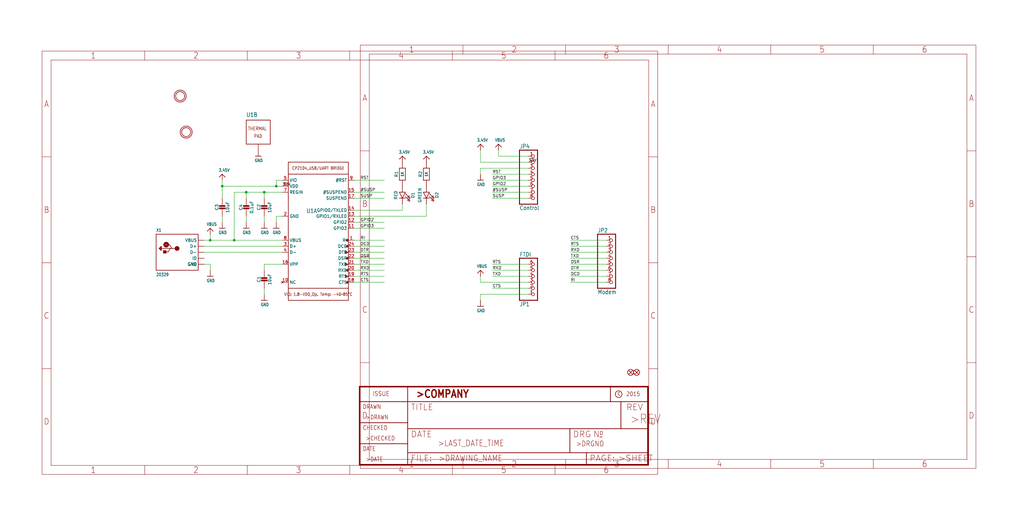
<source format=kicad_sch>
(kicad_sch (version 20211123) (generator eeschema)
  (paper "User" 433.07 220.421)
  (lib_symbols
    (symbol "schematicEagle-eagle-import:3.3V" (power)
      (property "Value" "3.3V" (at -1.524 1.016 0))
      (symbol "3.3V_1_0"
        (polyline (pts (xy -1.27 -1.27) (xy 0 0)) (stroke (width 0.254)))
        (polyline (pts (xy 0 0) (xy 1.27 -1.27)) (stroke (width 0.254)))
        (pin power_in line (at 0 -2.54 90) (length 2.54) (name "3.3V") (number "1"))
      )
    )
    (symbol "schematicEagle-eagle-import:CAP_CERAMIC0805-NOOUTLINE"
      (property "Reference" "C" (at -2.29 1.25 90))
      (property "Value" "CAP_CERAMIC0805-NOOUTLINE" (at 2.3 1.25 90))
      (symbol "CAP_CERAMIC0805-NOOUTLINE_1_0"
        (rectangle (start -1.27 0.508) (end 1.27 1.016) (fill (type outline)))
        (rectangle (start -1.27 1.524) (end 1.27 2.032) (fill (type outline)))
        (polyline (pts (xy 0 0.762) (xy 0 0)) (stroke (width 0.1524)))
        (polyline (pts (xy 0 2.54) (xy 0 1.778)) (stroke (width 0.1524)))
        (pin passive line (at 0 5.08 270) (length 2.54) (name "1") (number "1"))
        (pin passive line (at 0 -2.54 90) (length 2.54) (name "2") (number "2"))
      )
    )
    (symbol "schematicEagle-eagle-import:CP2104"
      (property "Reference" "U" (at -5.08 6.35 0))
      (symbol "CP2104_1_0"
        (polyline (pts (xy -12.7 -30.48) (xy 12.7 -30.48)) (stroke (width 0.254)))
        (polyline (pts (xy -12.7 -25.4) (xy -12.7 -30.48)) (stroke (width 0.254)))
        (polyline (pts (xy -12.7 -25.4) (xy -12.7 22.86)) (stroke (width 0.254)))
        (polyline (pts (xy -12.7 22.86) (xy -12.7 27.94)) (stroke (width 0.254)))
        (polyline (pts (xy -12.7 22.86) (xy 12.7 22.86)) (stroke (width 0.254)))
        (polyline (pts (xy -12.7 27.94) (xy 12.7 27.94)) (stroke (width 0.254)))
        (polyline (pts (xy 12.7 -30.48) (xy 12.7 -25.4)) (stroke (width 0.254)))
        (polyline (pts (xy 12.7 -25.4) (xy -12.7 -25.4)) (stroke (width 0.254)))
        (polyline (pts (xy 12.7 22.86) (xy 12.7 -25.4)) (stroke (width 0.254)))
        (polyline (pts (xy 12.7 27.94) (xy 12.7 22.86)) (stroke (width 0.254)))
        (polyline (pts (xy 11.43 -19.685) (xy 11.43 -20.955) (xy 12.7 -20.32)) (fill (type outline)))
        (polyline (pts (xy 11.43 -14.605) (xy 11.43 -15.875) (xy 12.7 -15.24)) (fill (type outline)))
        (polyline (pts (xy 11.43 -9.525) (xy 11.43 -10.795) (xy 12.7 -10.16)) (fill (type outline)))
        (polyline (pts (xy 12.7 -22.225) (xy 11.43 -22.86) (xy 12.7 -23.495)) (fill (type outline)))
        (polyline (pts (xy 12.7 -17.145) (xy 11.43 -17.78) (xy 12.7 -18.415)) (fill (type outline)))
        (polyline (pts (xy 12.7 -12.065) (xy 11.43 -12.7) (xy 12.7 -13.335)) (fill (type outline)))
        (polyline (pts (xy 12.7 -6.985) (xy 11.43 -7.62) (xy 12.7 -8.255)) (fill (type outline)))
        (polyline (pts (xy 12.7 -4.445) (xy 11.43 -5.08) (xy 12.7 -5.715)) (fill (type outline)))
        (text "CP2104_USB/UART BRIDGE" (at 0 25.4 0) (effects (font (size 1.27 1.0795))))
        (text "VIO: 1.8-VDD_Op. Temp: -40~85°C" (at 0 -27.94 0) (effects (font (size 1.27 1.0795))))
        (pin input line (at 15.24 -5.08 180) (length 2.54) (name "RI") (number "1"))
        (pin no_connect line (at -15.24 -22.86 0) (length 2.54) (name "NC") (number "10"))
        (pin bidirectional line (at 15.24 0 180) (length 2.54) (name "GPIO3") (number "11"))
        (pin bidirectional line (at 15.24 2.54 180) (length 2.54) (name "GPIO2") (number "12"))
        (pin bidirectional line (at 15.24 5.08 180) (length 2.54) (name "GPIO1/RXLED") (number "13"))
        (pin bidirectional line (at 15.24 7.62 180) (length 2.54) (name "GPIO0/TXLED") (number "14"))
        (pin output line (at 15.24 15.24 180) (length 2.54) (name "#SUSPEND") (number "15"))
        (pin bidirectional line (at -15.24 -15.24 0) (length 2.54) (name "VPP") (number "16"))
        (pin output line (at 15.24 12.7 180) (length 2.54) (name "SUSPEND") (number "17"))
        (pin input line (at 15.24 -22.86 180) (length 2.54) (name "CTS") (number "18"))
        (pin output line (at 15.24 -20.32 180) (length 2.54) (name "RTS") (number "19"))
        (pin power_in line (at -15.24 5.08 0) (length 2.54) (name "GND") (number "2"))
        (pin input line (at 15.24 -17.78 180) (length 2.54) (name "RXD") (number "20"))
        (pin output line (at 15.24 -15.24 180) (length 2.54) (name "TXD") (number "21"))
        (pin input line (at 15.24 -12.7 180) (length 2.54) (name "DSR") (number "22"))
        (pin output line (at 15.24 -10.16 180) (length 2.54) (name "DTR") (number "23"))
        (pin input line (at 15.24 -7.62 180) (length 2.54) (name "DCD") (number "24"))
        (pin bidirectional line (at -15.24 -7.62 0) (length 2.54) (name "D+") (number "3"))
        (pin bidirectional line (at -15.24 -10.16 0) (length 2.54) (name "D-") (number "4"))
        (pin power_in line (at -15.24 20.32 0) (length 2.54) (name "VIO") (number "5"))
        (pin power_in line (at -15.24 17.78 0) (length 2.54) (name "VDD") (number "6"))
        (pin power_in line (at -15.24 15.24 0) (length 2.54) (name "REGIN") (number "7"))
        (pin power_in line (at -15.24 -5.08 0) (length 2.54) (name "VBUS") (number "8"))
        (pin bidirectional line (at 15.24 20.32 180) (length 2.54) (name "#RST") (number "9"))
      )
      (symbol "CP2104_2_0"
        (polyline (pts (xy -5.08 -5.08) (xy -5.08 5.08)) (stroke (width 0.254)))
        (polyline (pts (xy -5.08 5.08) (xy 5.08 5.08)) (stroke (width 0.254)))
        (polyline (pts (xy 5.08 -5.08) (xy -5.08 -5.08)) (stroke (width 0.254)))
        (polyline (pts (xy 5.08 5.08) (xy 5.08 -5.08)) (stroke (width 0.254)))
        (text "PAD" (at -1.905 -2.54 0) (effects (font (size 1.4224 1.209)) (justify left bottom)))
        (text "THERMAL" (at -4.445 0.635 0) (effects (font (size 1.4224 1.209)) (justify left bottom)))
        (pin power_in line (at 0 -7.62 90) (length 2.54) (name "TP") (number "THERM"))
      )
    )
    (symbol "schematicEagle-eagle-import:FIDUCIAL{dblquote}{dblquote}"
      (symbol "FIDUCIAL{dblquote}{dblquote}_1_0"
        (polyline (pts (xy -0.762 0.762) (xy 0.762 -0.762)) (stroke (width 0.254)))
        (polyline (pts (xy 0.762 0.762) (xy -0.762 -0.762)) (stroke (width 0.254)))
        (circle (center 0 0) (radius 1.27) (stroke (width 0.254)))
      )
    )
    (symbol "schematicEagle-eagle-import:FRAME_A4"
      (symbol "FRAME_A4_0_0"
        (polyline (pts (xy 0 44.7675) (xy 3.81 44.7675)))
        (polyline (pts (xy 0 89.535) (xy 3.81 89.535)))
        (polyline (pts (xy 0 134.3025) (xy 3.81 134.3025)))
        (polyline (pts (xy 3.81 3.81) (xy 3.81 175.26)))
        (polyline (pts (xy 43.3917 0) (xy 43.3917 3.81)))
        (polyline (pts (xy 43.3917 175.26) (xy 43.3917 179.07)))
        (polyline (pts (xy 86.7833 0) (xy 86.7833 3.81)))
        (polyline (pts (xy 86.7833 175.26) (xy 86.7833 179.07)))
        (polyline (pts (xy 130.175 0) (xy 130.175 3.81)))
        (polyline (pts (xy 130.175 175.26) (xy 130.175 179.07)))
        (polyline (pts (xy 173.5667 0) (xy 173.5667 3.81)))
        (polyline (pts (xy 173.5667 175.26) (xy 173.5667 179.07)))
        (polyline (pts (xy 216.9583 0) (xy 216.9583 3.81)))
        (polyline (pts (xy 216.9583 175.26) (xy 216.9583 179.07)))
        (polyline (pts (xy 256.54 3.81) (xy 3.81 3.81)))
        (polyline (pts (xy 256.54 3.81) (xy 256.54 175.26)))
        (polyline (pts (xy 256.54 44.7675) (xy 260.35 44.7675)))
        (polyline (pts (xy 256.54 89.535) (xy 260.35 89.535)))
        (polyline (pts (xy 256.54 134.3025) (xy 260.35 134.3025)))
        (polyline (pts (xy 256.54 175.26) (xy 3.81 175.26)))
        (polyline (pts (xy 0 0) (xy 260.35 0) (xy 260.35 179.07) (xy 0 179.07) (xy 0 0)))
        (text "1" (at 21.6958 1.905 0) (effects (font (size 2.54 2.286))))
        (text "1" (at 21.6958 177.165 0) (effects (font (size 2.54 2.286))))
        (text "2" (at 65.0875 1.905 0) (effects (font (size 2.54 2.286))))
        (text "2" (at 65.0875 177.165 0) (effects (font (size 2.54 2.286))))
        (text "3" (at 108.4792 1.905 0) (effects (font (size 2.54 2.286))))
        (text "3" (at 108.4792 177.165 0) (effects (font (size 2.54 2.286))))
        (text "4" (at 151.8708 1.905 0) (effects (font (size 2.54 2.286))))
        (text "4" (at 151.8708 177.165 0) (effects (font (size 2.54 2.286))))
        (text "5" (at 195.2625 1.905 0) (effects (font (size 2.54 2.286))))
        (text "5" (at 195.2625 177.165 0) (effects (font (size 2.54 2.286))))
        (text "6" (at 238.6542 1.905 0) (effects (font (size 2.54 2.286))))
        (text "6" (at 238.6542 177.165 0) (effects (font (size 2.54 2.286))))
        (text "A" (at 1.905 156.6863 0) (effects (font (size 2.54 2.286))))
        (text "A" (at 258.445 156.6863 0) (effects (font (size 2.54 2.286))))
        (text "B" (at 1.905 111.9188 0) (effects (font (size 2.54 2.286))))
        (text "B" (at 258.445 111.9188 0) (effects (font (size 2.54 2.286))))
        (text "C" (at 1.905 67.1513 0) (effects (font (size 2.54 2.286))))
        (text "C" (at 258.445 67.1513 0) (effects (font (size 2.54 2.286))))
        (text "D" (at 1.905 22.3838 0) (effects (font (size 2.54 2.286))))
        (text "D" (at 258.445 22.3838 0) (effects (font (size 2.54 2.286))))
      )
      (symbol "FRAME_A4_1_0"
        (polyline (pts (xy 256.54 3.81) (xy 256.54 8.89)) (stroke (width 0.1016)))
        (polyline (pts (xy 256.54 8.89) (xy 256.54 13.97)) (stroke (width 0.1016)))
        (polyline (pts (xy 256.54 13.97) (xy 256.54 19.05)) (stroke (width 0.1016)))
        (polyline (pts (xy 256.54 19.05) (xy 256.54 36.83)) (stroke (width 0.1016)))
      )
      (symbol "FRAME_A4_2_0"
        (polyline (pts (xy -0.3048 1.5748) (xy 20.0152 1.5748)) (stroke (width 0.6096)))
        (polyline (pts (xy -0.3048 10.4648) (xy -0.3048 1.5748)) (stroke (width 0.6096)))
        (polyline (pts (xy -0.3048 10.4648) (xy 20.0152 10.4648)) (stroke (width 0.3048)))
        (polyline (pts (xy -0.3048 19.3548) (xy -0.3048 10.4648)) (stroke (width 0.6096)))
        (polyline (pts (xy -0.3048 19.3548) (xy 20.0152 19.3548)) (stroke (width 0.3048)))
        (polyline (pts (xy -0.3048 28.2448) (xy -0.3048 19.3548)) (stroke (width 0.6096)))
        (polyline (pts (xy -0.3048 28.2448) (xy 20.0152 28.2448)) (stroke (width 0.3048)))
        (polyline (pts (xy -0.3048 34.5948) (xy -0.3048 28.2448)) (stroke (width 0.6096)))
        (polyline (pts (xy 20.0152 1.5748) (xy 20.0152 6.6548)) (stroke (width 0.3048)))
        (polyline (pts (xy 20.0152 1.5748) (xy 95.5802 1.5748)) (stroke (width 0.6096)))
        (polyline (pts (xy 20.0152 6.6548) (xy 20.0152 10.4648)) (stroke (width 0.3048)))
        (polyline (pts (xy 20.0152 6.6548) (xy 88.5952 6.6548)) (stroke (width 0.3048)))
        (polyline (pts (xy 20.0152 10.4648) (xy 20.0152 16.8148)) (stroke (width 0.3048)))
        (polyline (pts (xy 20.0152 16.8148) (xy 20.0152 19.3548)) (stroke (width 0.3048)))
        (polyline (pts (xy 20.0152 19.3548) (xy 20.0152 28.2448)) (stroke (width 0.3048)))
        (polyline (pts (xy 20.0152 28.2448) (xy 20.0152 34.5948)) (stroke (width 0.3048)))
        (polyline (pts (xy 20.0152 28.2448) (xy 105.7402 28.2448)) (stroke (width 0.3048)))
        (polyline (pts (xy 20.0152 34.5948) (xy -0.3048 34.5948)) (stroke (width 0.6096)))
        (polyline (pts (xy 88.5952 6.6548) (xy 95.5802 6.6548)) (stroke (width 0.3048)))
        (polyline (pts (xy 88.5952 16.8148) (xy 20.0152 16.8148)) (stroke (width 0.3048)))
        (polyline (pts (xy 88.5952 16.8148) (xy 88.5952 6.6548)) (stroke (width 0.3048)))
        (polyline (pts (xy 95.5802 1.5748) (xy 121.6152 1.5748)) (stroke (width 0.6096)))
        (polyline (pts (xy 95.5802 6.6548) (xy 95.5802 1.5748)) (stroke (width 0.3048)))
        (polyline (pts (xy 95.5802 6.6548) (xy 121.6152 6.6548)) (stroke (width 0.3048)))
        (polyline (pts (xy 101.2952 13.3223) (xy 102.2477 13.3223)) (stroke (width 0.254)))
        (polyline (pts (xy 105.7402 28.2448) (xy 105.7402 34.5948)) (stroke (width 0.3048)))
        (polyline (pts (xy 105.7402 28.2448) (xy 110.1852 28.2448)) (stroke (width 0.3048)))
        (polyline (pts (xy 105.7402 34.5948) (xy 20.0152 34.5948)) (stroke (width 0.6096)))
        (polyline (pts (xy 110.1852 16.8148) (xy 88.5952 16.8148)) (stroke (width 0.3048)))
        (polyline (pts (xy 110.1852 28.2448) (xy 110.1852 16.8148)) (stroke (width 0.3048)))
        (polyline (pts (xy 110.1852 28.2448) (xy 121.6152 28.2448)) (stroke (width 0.3048)))
        (polyline (pts (xy 121.6152 6.6548) (xy 121.6152 1.5748)) (stroke (width 0.6096)))
        (polyline (pts (xy 121.6152 16.8148) (xy 110.1852 16.8148)) (stroke (width 0.3048)))
        (polyline (pts (xy 121.6152 16.8148) (xy 121.6152 6.6548)) (stroke (width 0.6096)))
        (polyline (pts (xy 121.6152 28.2448) (xy 121.6152 16.8148)) (stroke (width 0.6096)))
        (polyline (pts (xy 121.6152 34.5948) (xy 105.7402 34.5948)) (stroke (width 0.6096)))
        (polyline (pts (xy 121.6152 34.5948) (xy 121.6152 28.2448)) (stroke (width 0.6096)))
        (circle (center 109.2327 31.4198) (radius 1.4199) (stroke (width 0.254)))
        (text "2015" (at 112.4077 30.4673 0) (effects (font (size 1.778 1.5113)) (justify left bottom)))
        (text ">CHECKED" (at 2.2352 11.7348 0) (effects (font (size 1.778 1.5113)) (justify left bottom)))
        (text ">COMPANY" (at 23.349 29.6735 0) (effects (font (size 3.175 2.6987) (thickness 0.5397) bold) (justify left bottom)))
        (text ">DATE" (at 2.2352 2.8448 0) (effects (font (size 1.778 1.5113)) (justify left bottom)))
        (text ">DRAWING_NAME" (at 33.0327 2.8448 0) (effects (font (size 2.54 2.159)) (justify left bottom)))
        (text ">DRAWN" (at 2.2352 20.6248 0) (effects (font (size 1.778 1.5113)) (justify left bottom)))
        (text ">DRGNO" (at 91.1352 9.1948 0) (effects (font (size 2.1844 1.8567)) (justify left bottom)))
        (text ">LAST_DATE_TIME" (at 32.7152 9.1948 0) (effects (font (size 2.54 2.159)) (justify left bottom)))
        (text ">REV" (at 113.9952 18.7198 0) (effects (font (size 3.81 3.2385)) (justify left bottom)))
        (text ">SHEET" (at 108.9152 2.8448 0) (effects (font (size 2.54 2.54)) (justify left bottom)))
        (text "C" (at 108.7564 30.7848 0) (effects (font (size 1.27 1.0795)) (justify left bottom)))
        (text "CHECKED" (at 0.9652 16.1798 0) (effects (font (size 1.778 1.5113)) (justify left bottom)))
        (text "DATE" (at 0.9652 7.2898 0) (effects (font (size 1.778 1.5113)) (justify left bottom)))
        (text "DATE" (at 21.2852 13.0048 0) (effects (font (size 2.54 2.54)) (justify left bottom)))
        (text "DRAWN" (at 0.9652 25.0698 0) (effects (font (size 1.778 1.5113)) (justify left bottom)))
        (text "DRG" (at 89.8652 13.0048 0) (effects (font (size 2.54 2.54)) (justify left bottom)))
        (text "FILE:" (at 21.2852 2.8448 0) (effects (font (size 2.54 2.54)) (justify left bottom)))
        (text "ISSUE" (at 5.0927 30.4673 0) (effects (font (size 1.9304 1.6408)) (justify left bottom)))
        (text "N" (at 98.4377 13.0048 0) (effects (font (size 2.54 2.54)) (justify left bottom)))
        (text "o" (at 100.9777 13.9573 0) (effects (font (size 2.1844 1.8567)) (justify left bottom)))
        (text "PAGE:" (at 96.8502 2.8448 0) (effects (font (size 2.54 2.54)) (justify left bottom)))
        (text "REV" (at 112.4077 24.4348 0) (effects (font (size 2.54 2.54)) (justify left bottom)))
        (text "TITLE" (at 21.2852 24.4348 0) (effects (font (size 2.54 2.54)) (justify left bottom)))
      )
    )
    (symbol "schematicEagle-eagle-import:GND" (power)
      (property "Value" "GND" (at -1.524 -2.54 0))
      (symbol "GND_1_0"
        (polyline (pts (xy -1.27 0) (xy 1.27 0)) (stroke (width 0.254)))
        (pin power_in line (at 0 2.54 270) (length 2.54) (name "GND") (number "1"))
      )
    )
    (symbol "schematicEagle-eagle-import:HEADER-1X676MIL"
      (property "Reference" "JP" (at -6.35 10.795 0))
      (property "Value" "HEADER-1X676MIL" (at -6.35 -10.16 0))
      (symbol "HEADER-1X676MIL_1_0"
        (polyline (pts (xy -6.35 -7.62) (xy 1.27 -7.62)) (stroke (width 0.4064)))
        (polyline (pts (xy -6.35 10.16) (xy -6.35 -7.62)) (stroke (width 0.4064)))
        (polyline (pts (xy 1.27 -7.62) (xy 1.27 10.16)) (stroke (width 0.4064)))
        (polyline (pts (xy 1.27 10.16) (xy -6.35 10.16)) (stroke (width 0.4064)))
        (pin passive inverted (at -2.54 7.62 0) (length 2.54) (name "1") (number "1"))
        (pin passive inverted (at -2.54 5.08 0) (length 2.54) (name "2") (number "2"))
        (pin passive inverted (at -2.54 2.54 0) (length 2.54) (name "3") (number "3"))
        (pin passive inverted (at -2.54 0 0) (length 2.54) (name "4") (number "4"))
        (pin passive inverted (at -2.54 -2.54 0) (length 2.54) (name "5") (number "5"))
        (pin passive inverted (at -2.54 -5.08 0) (length 2.54) (name "6") (number "6"))
      )
    )
    (symbol "schematicEagle-eagle-import:HEADER-1X870MIL"
      (property "Reference" "JP" (at -6.35 13.335 0))
      (property "Value" "HEADER-1X870MIL" (at -6.35 -12.7 0))
      (symbol "HEADER-1X870MIL_1_0"
        (polyline (pts (xy -6.35 -10.16) (xy 1.27 -10.16)) (stroke (width 0.4064)))
        (polyline (pts (xy -6.35 12.7) (xy -6.35 -10.16)) (stroke (width 0.4064)))
        (polyline (pts (xy 1.27 -10.16) (xy 1.27 12.7)) (stroke (width 0.4064)))
        (polyline (pts (xy 1.27 12.7) (xy -6.35 12.7)) (stroke (width 0.4064)))
        (pin passive inverted (at -2.54 10.16 0) (length 2.54) (name "1") (number "1"))
        (pin passive inverted (at -2.54 7.62 0) (length 2.54) (name "2") (number "2"))
        (pin passive inverted (at -2.54 5.08 0) (length 2.54) (name "3") (number "3"))
        (pin passive inverted (at -2.54 2.54 0) (length 2.54) (name "4") (number "4"))
        (pin passive inverted (at -2.54 0 0) (length 2.54) (name "5") (number "5"))
        (pin passive inverted (at -2.54 -2.54 0) (length 2.54) (name "6") (number "6"))
        (pin passive inverted (at -2.54 -5.08 0) (length 2.54) (name "7") (number "7"))
        (pin passive inverted (at -2.54 -7.62 0) (length 2.54) (name "8") (number "8"))
      )
    )
    (symbol "schematicEagle-eagle-import:LED0805_NOOUTLINE"
      (property "Reference" "D" (at -1.27 4.445 0))
      (property "Value" "LED0805_NOOUTLINE" (at -1.27 -2.794 0))
      (symbol "LED0805_NOOUTLINE_1_0"
        (polyline (pts (xy -2.54 -1.27) (xy 0 0)) (stroke (width 0.254)))
        (polyline (pts (xy -2.54 1.27) (xy -2.54 -1.27)) (stroke (width 0.254)))
        (polyline (pts (xy -1.905 1.27) (xy -0.635 2.54)) (stroke (width 0.254)))
        (polyline (pts (xy -0.9525 2.8575) (xy -0.3175 2.2225)) (stroke (width 0.254)))
        (polyline (pts (xy -0.635 1.27) (xy 0.635 2.54)) (stroke (width 0.254)))
        (polyline (pts (xy -0.3175 2.2225) (xy 0 3.175)) (stroke (width 0.254)))
        (polyline (pts (xy 0 0) (xy -2.54 1.27)) (stroke (width 0.254)))
        (polyline (pts (xy 0 0) (xy 0 -1.27)) (stroke (width 0.254)))
        (polyline (pts (xy 0 1.27) (xy 0 0)) (stroke (width 0.254)))
        (polyline (pts (xy 0 3.175) (xy -0.9525 2.8575)) (stroke (width 0.254)))
        (polyline (pts (xy 0.3175 2.8575) (xy 0.9525 2.2225)) (stroke (width 0.254)))
        (polyline (pts (xy 0.9525 2.2225) (xy 1.27 3.175)) (stroke (width 0.254)))
        (polyline (pts (xy 1.27 3.175) (xy 0.3175 2.8575)) (stroke (width 0.254)))
        (pin passive line (at -5.08 0 0) (length 2.54) (name "A") (number "A"))
        (pin passive line (at 2.54 0 180) (length 2.54) (name "C") (number "C"))
      )
    )
    (symbol "schematicEagle-eagle-import:MOUNTINGHOLE2.0"
      (symbol "MOUNTINGHOLE2.0_1_0"
        (circle (center 0 0) (radius 1.905) (stroke (width 0.254)))
        (circle (center 0 0) (radius 2.54) (stroke (width 0.254)))
      )
    )
    (symbol "schematicEagle-eagle-import:RESISTOR0805_NOOUTLINE"
      (property "Reference" "R" (at 0 2.54 0))
      (property "Value" "RESISTOR0805_NOOUTLINE" (at 0 0 0))
      (symbol "RESISTOR0805_NOOUTLINE_1_0"
        (polyline (pts (xy -2.54 -1.27) (xy -2.54 1.27)) (stroke (width 0.254)))
        (polyline (pts (xy -2.54 1.27) (xy 2.54 1.27)) (stroke (width 0.254)))
        (polyline (pts (xy 2.54 -1.27) (xy -2.54 -1.27)) (stroke (width 0.254)))
        (polyline (pts (xy 2.54 1.27) (xy 2.54 -1.27)) (stroke (width 0.254)))
        (pin passive line (at -5.08 0 0) (length 2.54) (name "1") (number "1"))
        (pin passive line (at 5.08 0 180) (length 2.54) (name "2") (number "2"))
      )
    )
    (symbol "schematicEagle-eagle-import:USB_MICRO_20329_V2"
      (property "Reference" "X" (at -10.16 8.636 0))
      (property "Value" "USB_MICRO_20329_V2" (at -10.16 -10.16 0))
      (symbol "USB_MICRO_20329_V2_1_0"
        (rectangle (start -7.12 -0.45) (end -5.92 0.75) (fill (type outline)))
        (circle (center -5.92 3.2) (radius 0.2) (stroke (width 1)))
        (circle (center -1.32 1.6) (radius 0.5) (stroke (width 1)))
        (polyline (pts (xy -10.2 7.62) (xy -10.16 7.62)) (stroke (width 0.254)))
        (polyline (pts (xy -10.16 -7.62) (xy 7.62 -7.62)) (stroke (width 0.254)))
        (polyline (pts (xy -10.16 7.62) (xy -10.16 -7.62)) (stroke (width 0.254)))
        (polyline (pts (xy -10.16 7.62) (xy 7.62 7.62)) (stroke (width 0.254)))
        (polyline (pts (xy -8.92 1.6) (xy -8.12 2.4)) (stroke (width 0.254)))
        (polyline (pts (xy -8.52 1.4) (xy -8.32 1.2)) (stroke (width 0.254)))
        (polyline (pts (xy -8.52 1.6) (xy -8.52 1.4)) (stroke (width 0.254)))
        (polyline (pts (xy -8.32 1.2) (xy -8.32 2)) (stroke (width 0.254)))
        (polyline (pts (xy -8.32 2) (xy -8.72 1.6)) (stroke (width 0.254)))
        (polyline (pts (xy -8.12 0.8) (xy -8.92 1.6)) (stroke (width 0.254)))
        (polyline (pts (xy -8.12 1) (xy -8.12 2.4)) (stroke (width 0.254)))
        (polyline (pts (xy -8.12 2.4) (xy -7.92 2.4)) (stroke (width 0.254)))
        (polyline (pts (xy -7.92 0.8) (xy -8.12 0.8)) (stroke (width 0.254)))
        (polyline (pts (xy -7.92 1.6) (xy -7.92 0.8)) (stroke (width 0.254)))
        (polyline (pts (xy -7.92 2.4) (xy -7.92 1.6)) (stroke (width 0.254)))
        (polyline (pts (xy -6.27 0.15) (xy -5.07 0.15)) (stroke (width 0.254)))
        (polyline (pts (xy -5.52 3.2) (xy -4.52 3.2)) (stroke (width 0.254)))
        (polyline (pts (xy -5.07 0.15) (xy -4.22 1.6)) (stroke (width 0.254)))
        (polyline (pts (xy -4.52 3.2) (xy -3.47 1.6)) (stroke (width 0.254)))
        (polyline (pts (xy -4.22 1.6) (xy -7.92 1.6)) (stroke (width 0.254)))
        (polyline (pts (xy -3.47 1.6) (xy -4.22 1.6)) (stroke (width 0.254)))
        (polyline (pts (xy -1.32 1.6) (xy -3.47 1.6)) (stroke (width 0.254)))
        (polyline (pts (xy 7.62 7.62) (xy 7.62 -7.62)) (stroke (width 0.254)))
        (pin power_in line (at 10.16 -5.08 180) (length 2.54) (name "GND") (number "BASE@1"))
        (pin power_in line (at 10.16 -5.08 180) (length 2.54) (name "GND") (number "BASE@2"))
        (pin bidirectional line (at 10.16 2.54 180) (length 2.54) (name "D+") (number "D+"))
        (pin bidirectional line (at 10.16 0 180) (length 2.54) (name "D-") (number "D-"))
        (pin power_in line (at 10.16 -5.08 180) (length 2.54) (name "GND") (number "GND"))
        (pin bidirectional line (at 10.16 -2.54 180) (length 2.54) (name "ID") (number "ID"))
        (pin power_in line (at 10.16 -5.08 180) (length 2.54) (name "GND") (number "SPRT@1"))
        (pin power_in line (at 10.16 -5.08 180) (length 2.54) (name "GND") (number "SPRT@2"))
        (pin power_in line (at 10.16 -5.08 180) (length 2.54) (name "GND") (number "SPRT@3"))
        (pin power_in line (at 10.16 -5.08 180) (length 2.54) (name "GND") (number "SPRT@4"))
        (pin power_in line (at 10.16 5.08 180) (length 2.54) (name "VBUS") (number "VBUS"))
      )
    )
    (symbol "schematicEagle-eagle-import:VBUS" (power)
      (property "Value" "VBUS" (at -1.524 1.016 0))
      (symbol "VBUS_1_0"
        (polyline (pts (xy -1.27 -1.27) (xy 0 0)) (stroke (width 0.254)))
        (polyline (pts (xy 0 0) (xy 1.27 -1.27)) (stroke (width 0.254)))
        (pin power_in line (at 0 -2.54 90) (length 2.54) (name "VBUS") (number "1"))
      )
    )
  )
  (junction (at 111.76 81.28))
  (junction (at 104.14 81.28))
  (junction (at 93.98 78.74))
  (junction (at 99.06 101.6))
  (junction (at 116.84 78.74))
  (junction (at 88.9 101.6))
  (wire (pts (xy 162.56 116.84) (xy 149.86 116.84)))
  (wire (pts (xy 208.28 78.74) (xy 223.52 78.74)))
  (wire (pts (xy 223.52 114.3) (xy 208.28 114.3)))
  (wire (pts (xy 111.76 81.28) (xy 111.76 83.82)))
  (wire (pts (xy 149.86 93.98) (xy 162.56 93.98)))
  (wire (pts (xy 88.9 101.6) (xy 88.9 99.06)))
  (wire (pts (xy 149.86 76.2) (xy 162.56 76.2)))
  (wire (pts (xy 203.2 119.38) (xy 203.2 116.84)))
  (wire (pts (xy 241.3 119.38) (xy 256.54 119.38)))
  (wire (pts (xy 99.06 101.6) (xy 119.38 101.6)))
  (wire (pts (xy 149.86 104.14) (xy 162.56 104.14)))
  (wire (pts (xy 111.76 91.44) (xy 111.76 93.98)))
  (wire (pts (xy 111.76 121.92) (xy 111.76 124.46)))
  (wire (pts (xy 149.86 88.9) (xy 170.18 88.9)))
  (wire (pts (xy 241.3 116.84) (xy 256.54 116.84)))
  (wire (pts (xy 256.54 104.14) (xy 241.3 104.14)))
  (wire (pts (xy 162.56 114.3) (xy 149.86 114.3)))
  (wire (pts (xy 104.14 91.44) (xy 104.14 93.98)))
  (wire (pts (xy 223.52 71.12) (xy 203.2 71.12)))
  (wire (pts (xy 119.38 91.44) (xy 116.84 91.44)))
  (wire (pts (xy 223.52 81.28) (xy 208.28 81.28)))
  (wire (pts (xy 86.36 111.76) (xy 88.9 111.76)))
  (wire (pts (xy 86.36 104.14) (xy 119.38 104.14)))
  (wire (pts (xy 99.06 81.28) (xy 99.06 101.6)))
  (wire (pts (xy 104.14 81.28) (xy 104.14 83.82)))
  (wire (pts (xy 208.28 83.82) (xy 223.52 83.82)))
  (wire (pts (xy 223.52 124.46) (xy 203.2 124.46)))
  (wire (pts (xy 149.86 96.52) (xy 162.56 96.52)))
  (wire (pts (xy 203.2 71.12) (xy 203.2 73.66)))
  (wire (pts (xy 180.34 91.44) (xy 180.34 86.36)))
  (wire (pts (xy 223.52 111.76) (xy 208.28 111.76)))
  (wire (pts (xy 210.82 66.04) (xy 223.52 66.04)))
  (wire (pts (xy 203.2 68.58) (xy 203.2 63.5)))
  (wire (pts (xy 104.14 81.28) (xy 99.06 81.28)))
  (wire (pts (xy 149.86 111.76) (xy 162.56 111.76)))
  (wire (pts (xy 203.2 124.46) (xy 203.2 127)))
  (wire (pts (xy 88.9 111.76) (xy 88.9 114.3)))
  (wire (pts (xy 241.3 101.6) (xy 256.54 101.6)))
  (wire (pts (xy 119.38 111.76) (xy 111.76 111.76)))
  (wire (pts (xy 149.86 91.44) (xy 180.34 91.44)))
  (wire (pts (xy 119.38 76.2) (xy 116.84 76.2)))
  (wire (pts (xy 241.3 106.68) (xy 256.54 106.68)))
  (wire (pts (xy 223.52 121.92) (xy 208.28 121.92)))
  (wire (pts (xy 86.36 106.68) (xy 119.38 106.68)))
  (wire (pts (xy 93.98 78.74) (xy 93.98 76.2)))
  (wire (pts (xy 149.86 83.82) (xy 162.56 83.82)))
  (wire (pts (xy 88.9 101.6) (xy 99.06 101.6)))
  (wire (pts (xy 149.86 81.28) (xy 162.56 81.28)))
  (wire (pts (xy 223.52 68.58) (xy 203.2 68.58)))
  (wire (pts (xy 111.76 111.76) (xy 111.76 114.3)))
  (wire (pts (xy 149.86 109.22) (xy 162.56 109.22)))
  (wire (pts (xy 241.3 111.76) (xy 256.54 111.76)))
  (wire (pts (xy 86.36 101.6) (xy 88.9 101.6)))
  (wire (pts (xy 116.84 76.2) (xy 116.84 78.74)))
  (wire (pts (xy 208.28 116.84) (xy 223.52 116.84)))
  (wire (pts (xy 208.28 73.66) (xy 223.52 73.66)))
  (wire (pts (xy 208.28 76.2) (xy 223.52 76.2)))
  (wire (pts (xy 210.82 63.5) (xy 210.82 66.04)))
  (wire (pts (xy 111.76 81.28) (xy 104.14 81.28)))
  (wire (pts (xy 241.3 114.3) (xy 256.54 114.3)))
  (wire (pts (xy 116.84 91.44) (xy 116.84 93.98)))
  (wire (pts (xy 162.56 119.38) (xy 149.86 119.38)))
  (wire (pts (xy 119.38 81.28) (xy 111.76 81.28)))
  (wire (pts (xy 170.18 88.9) (xy 170.18 86.36)))
  (wire (pts (xy 119.38 78.74) (xy 116.84 78.74)))
  (wire (pts (xy 116.84 78.74) (xy 93.98 78.74)))
  (wire (pts (xy 149.86 101.6) (xy 162.56 101.6)))
  (wire (pts (xy 93.98 78.74) (xy 93.98 83.82)))
  (wire (pts (xy 93.98 91.44) (xy 93.98 93.98)))
  (wire (pts (xy 223.52 119.38) (xy 203.2 119.38)))
  (wire (pts (xy 149.86 106.68) (xy 162.56 106.68)))
  (wire (pts (xy 256.54 109.22) (xy 241.3 109.22)))
  (label "3.3V" (at 119.38 78.74 0) (effects (font (size 1.016 1.016))))
  (label "RXD" (at 208.28 114.3 0) (effects (font (size 1.2446 1.2446))))
  (label "RTS" (at 152.4 116.84 0) (effects (font (size 1.2446 1.2446))))
  (label "DSR" (at 152.4 109.22 0) (effects (font (size 1.2446 1.2446))))
  (label "DTR" (at 241.3 114.3 0) (effects (font (size 1.2446 1.2446))))
  (label "#SUSP" (at 208.28 81.28 0) (effects (font (size 1.2446 1.2446))))
  (label "TXD" (at 208.28 116.84 0) (effects (font (size 1.2446 1.2446))))
  (label "RST" (at 208.28 73.66 0) (effects (font (size 1.2446 1.2446))))
  (label "TXD" (at 241.3 109.22 0) (effects (font (size 1.2446 1.2446))))
  (label "RI" (at 152.4 101.6 0) (effects (font (size 1.2446 1.2446))))
  (label "3.3V" (at 223.52 68.58 0) (effects (font (size 1.016 1.016))))
  (label "RST" (at 152.4 76.2 0) (effects (font (size 1.2446 1.2446))))
  (label "RXD" (at 241.3 106.68 0) (effects (font (size 1.2446 1.2446))))
  (label "SUSP" (at 152.4 83.82 0) (effects (font (size 1.2446 1.2446))))
  (label "DSR" (at 241.3 111.76 0) (effects (font (size 1.2446 1.2446))))
  (label "#SUSP" (at 152.4 81.28 0) (effects (font (size 1.2446 1.2446))))
  (label "CTS" (at 152.4 119.38 0) (effects (font (size 1.2446 1.2446))))
  (label "DTR" (at 152.4 106.68 0) (effects (font (size 1.2446 1.2446))))
  (label "GPIO3" (at 152.4 96.52 0) (effects (font (size 1.2446 1.2446))))
  (label "DCD" (at 152.4 104.14 0) (effects (font (size 1.2446 1.2446))))
  (label "RXD" (at 152.4 114.3 0) (effects (font (size 1.2446 1.2446))))
  (label "RTS" (at 241.3 104.14 0) (effects (font (size 1.2446 1.2446))))
  (label "SUSP" (at 208.28 83.82 0) (effects (font (size 1.2446 1.2446))))
  (label "GPIO2" (at 152.4 93.98 0) (effects (font (size 1.2446 1.2446))))
  (label "TXD" (at 152.4 111.76 0) (effects (font (size 1.2446 1.2446))))
  (label "RI" (at 241.3 119.38 0) (effects (font (size 1.2446 1.2446))))
  (label "DCD" (at 241.3 116.84 0) (effects (font (size 1.2446 1.2446))))
  (label "CTS" (at 208.28 121.92 0) (effects (font (size 1.2446 1.2446))))
  (label "GPIO2" (at 208.28 78.74 0) (effects (font (size 1.2446 1.2446))))
  (label "RTS" (at 208.28 111.76 0) (effects (font (size 1.2446 1.2446))))
  (label "GPIO3" (at 208.28 76.2 0) (effects (font (size 1.2446 1.2446))))
  (label "CTS" (at 241.3 101.6 0) (effects (font (size 1.2446 1.2446))))
  (symbol (lib_id "schematicEagle-eagle-import:FRAME_A4") (at 17.78 200.66 0) (unit 1)
    (property "Reference" "#FRAME1" (effects hide))
    (property "Value" "FRAME_A4" (effects hide))
    (property "Footprint" "schematicEagle:" (effects hide))
  )
  (symbol (lib_id "schematicEagle-eagle-import:LED0805_NOOUTLINE") (at 180.34 83.82 270) (unit 1)
    (property "Reference" "D2" (at 184.785 82.55 0))
    (property "Value" "GREEN" (at 177.546 82.55 0))
    (property "Footprint" "schematicEagle:CHIPLED_0805_NOOUTLINE" (effects hide))
  )
  (symbol (lib_id "schematicEagle-eagle-import:GND") (at 111.76 96.52 0) (unit 1)
    (property "Reference" "#U$4" (effects hide))
    (property "Value" "GND" (at 110.236 99.06 0) (effects (font (size 1.27 1.0795)) (justify left bottom)))
    (property "Footprint" "schematicEagle:" (effects hide))
  )
  (symbol (lib_id "schematicEagle-eagle-import:GND") (at 93.98 96.52 0) (unit 1)
    (property "Reference" "#U$6" (effects hide))
    (property "Value" "GND" (at 92.456 99.06 0) (effects (font (size 1.27 1.0795)) (justify left bottom)))
    (property "Footprint" "schematicEagle:" (effects hide))
  )
  (symbol (lib_id "schematicEagle-eagle-import:GND") (at 203.2 129.54 0) (unit 1)
    (property "Reference" "#U$12" (effects hide))
    (property "Value" "GND" (at 201.676 132.08 0) (effects (font (size 1.27 1.0795)) (justify left bottom)))
    (property "Footprint" "schematicEagle:" (effects hide))
  )
  (symbol (lib_id "schematicEagle-eagle-import:GND") (at 109.22 66.04 0) (unit 1)
    (property "Reference" "#U$20" (effects hide))
    (property "Value" "GND" (at 107.696 68.58 0) (effects (font (size 1.27 1.0795)) (justify left bottom)))
    (property "Footprint" "schematicEagle:" (effects hide))
  )
  (symbol (lib_id "schematicEagle-eagle-import:GND") (at 116.84 96.52 0) (unit 1)
    (property "Reference" "#U$2" (effects hide))
    (property "Value" "GND" (at 115.316 99.06 0) (effects (font (size 1.27 1.0795)) (justify left bottom)))
    (property "Footprint" "schematicEagle:" (effects hide))
  )
  (symbol (lib_id "schematicEagle-eagle-import:HEADER-1X870MIL") (at 226.06 76.2 0) (unit 1)
    (property "Reference" "JP4" (at 219.71 62.865 0) (effects (font (size 1.778 1.5113)) (justify left bottom)))
    (property "Value" "Control" (at 219.71 88.9 0) (effects (font (size 1.778 1.5113)) (justify left bottom)))
    (property "Footprint" "schematicEagle:1X08_ROUND_70" (effects hide))
  )
  (symbol (lib_id "schematicEagle-eagle-import:VBUS") (at 203.2 114.3 0) (unit 1)
    (property "Reference" "#U$14" (effects hide))
    (property "Value" "VBUS" (at 201.676 113.284 0) (effects (font (size 1.27 1.0795)) (justify left bottom)))
    (property "Footprint" "schematicEagle:" (effects hide))
  )
  (symbol (lib_id "schematicEagle-eagle-import:VBUS") (at 88.9 96.52 0) (unit 1)
    (property "Reference" "#U$5" (effects hide))
    (property "Value" "VBUS" (at 87.376 95.504 0) (effects (font (size 1.27 1.0795)) (justify left bottom)))
    (property "Footprint" "schematicEagle:" (effects hide))
  )
  (symbol (lib_id "schematicEagle-eagle-import:GND") (at 203.2 76.2 0) (unit 1)
    (property "Reference" "#U$16" (effects hide))
    (property "Value" "GND" (at 201.676 78.74 0) (effects (font (size 1.27 1.0795)) (justify left bottom)))
    (property "Footprint" "schematicEagle:" (effects hide))
  )
  (symbol (lib_id "schematicEagle-eagle-import:3.3V") (at 170.18 66.04 0) (unit 1)
    (property "Reference" "#U$10" (effects hide))
    (property "Value" "3.45V" (at 168.656 65.024 0) (effects (font (size 1.27 1.0795)) (justify left bottom)))
    (property "Footprint" "schematicEagle:" (effects hide))
  )
  (symbol (lib_id "schematicEagle-eagle-import:GND") (at 88.9 116.84 0) (unit 1)
    (property "Reference" "#U$1" (effects hide))
    (property "Value" "GND" (at 87.376 119.38 0) (effects (font (size 1.27 1.0795)) (justify left bottom)))
    (property "Footprint" "schematicEagle:" (effects hide))
  )
  (symbol (lib_id "schematicEagle-eagle-import:CAP_CERAMIC0805-NOOUTLINE") (at 104.14 88.9 0) (unit 1)
    (property "Reference" "C4" (at 101.85 87.65 90))
    (property "Value" "0.1uF" (at 106.44 87.65 90))
    (property "Footprint" "schematicEagle:0805-NO" (effects hide))
  )
  (symbol (lib_id "schematicEagle-eagle-import:CP2104") (at 134.62 96.52 0) (unit 1)
    (property "Reference" "U1" (at 129.54 90.17 0) (effects (font (size 1.778 1.5113)) (justify left bottom)))
    (property "Value" "CP2104" (effects hide))
    (property "Footprint" "schematicEagle:QFN24_4MM_SMSC" (effects hide))
  )
  (symbol (lib_id "schematicEagle-eagle-import:FIDUCIAL{dblquote}{dblquote}") (at 266.7 157.48 0) (unit 1)
    (property "Reference" "FID2" (effects hide))
    (property "Value" "FIDUCIAL{dblquote}{dblquote}" (effects hide))
    (property "Footprint" "schematicEagle:FIDUCIAL_1MM" (effects hide))
  )
  (symbol (lib_id "schematicEagle-eagle-import:HEADER-1X870MIL") (at 259.08 111.76 0) (unit 1)
    (property "Reference" "JP2" (at 252.73 98.425 0) (effects (font (size 1.778 1.5113)) (justify left bottom)))
    (property "Value" "Modem" (at 252.73 124.46 0) (effects (font (size 1.778 1.5113)) (justify left bottom)))
    (property "Footprint" "schematicEagle:1X08_ROUND_70" (effects hide))
  )
  (symbol (lib_id "schematicEagle-eagle-import:FIDUCIAL{dblquote}{dblquote}") (at 269.24 157.48 0) (unit 1)
    (property "Reference" "FID1" (effects hide))
    (property "Value" "FIDUCIAL{dblquote}{dblquote}" (effects hide))
    (property "Footprint" "schematicEagle:FIDUCIAL_1MM" (effects hide))
  )
  (symbol (lib_id "schematicEagle-eagle-import:RESISTOR0805_NOOUTLINE") (at 180.34 73.66 90) (unit 1)
    (property "Reference" "R2" (at 177.8 73.66 0))
    (property "Value" "1K" (at 180.34 73.66 0) (effects (font (size 1.016 1.016) bold)))
    (property "Footprint" "schematicEagle:0805-NO" (effects hide))
  )
  (symbol (lib_id "schematicEagle-eagle-import:CAP_CERAMIC0805-NOOUTLINE") (at 111.76 88.9 0) (unit 1)
    (property "Reference" "C2" (at 109.47 87.65 90))
    (property "Value" "10uF" (at 114.06 87.65 90))
    (property "Footprint" "schematicEagle:0805-NO" (effects hide))
  )
  (symbol (lib_id "schematicEagle-eagle-import:MOUNTINGHOLE2.0") (at 78.74 55.88 0) (unit 1)
    (property "Reference" "U$18" (effects hide))
    (property "Value" "MOUNTINGHOLE2.0" (effects hide))
    (property "Footprint" "schematicEagle:MOUNTINGHOLE_2.0_PLATED" (effects hide))
  )
  (symbol (lib_id "schematicEagle-eagle-import:MOUNTINGHOLE2.0") (at 76.2 40.64 0) (unit 1)
    (property "Reference" "U$19" (effects hide))
    (property "Value" "MOUNTINGHOLE2.0" (effects hide))
    (property "Footprint" "schematicEagle:MOUNTINGHOLE_2.0_PLATED" (effects hide))
  )
  (symbol (lib_id "schematicEagle-eagle-import:CP2104") (at 109.22 55.88 0) (unit 2)
    (property "Reference" "U1" (at 104.14 49.53 0) (effects (font (size 1.778 1.5113)) (justify left bottom)))
    (property "Value" "CP2104" (effects hide))
    (property "Footprint" "schematicEagle:QFN24_4MM_SMSC" (effects hide))
  )
  (symbol (lib_id "schematicEagle-eagle-import:USB_MICRO_20329_V2") (at 76.2 106.68 0) (unit 1)
    (property "Reference" "X1" (at 66.04 98.044 0) (effects (font (size 1.27 1.0795)) (justify left bottom)))
    (property "Value" "20329" (at 66.04 116.84 0) (effects (font (size 1.27 1.0795)) (justify left bottom)))
    (property "Footprint" "schematicEagle:4UCONN_20329_V2" (effects hide))
  )
  (symbol (lib_id "schematicEagle-eagle-import:RESISTOR0805_NOOUTLINE") (at 170.18 73.66 90) (unit 1)
    (property "Reference" "R1" (at 167.64 73.66 0))
    (property "Value" "1K" (at 170.18 73.66 0) (effects (font (size 1.016 1.016) bold)))
    (property "Footprint" "schematicEagle:0805-NO" (effects hide))
  )
  (symbol (lib_id "schematicEagle-eagle-import:3.3V") (at 93.98 73.66 0) (unit 1)
    (property "Reference" "#U$7" (effects hide))
    (property "Value" "3.45V" (at 92.456 72.644 0) (effects (font (size 1.27 1.0795)) (justify left bottom)))
    (property "Footprint" "schematicEagle:" (effects hide))
  )
  (symbol (lib_id "schematicEagle-eagle-import:HEADER-1X676MIL") (at 226.06 116.84 0) (mirror x) (unit 1)
    (property "Reference" "JP1" (at 219.71 127.635 0) (effects (font (size 1.778 1.5113)) (justify left bottom)))
    (property "Value" "FTDI" (at 219.71 106.68 0) (effects (font (size 1.778 1.5113)) (justify left bottom)))
    (property "Footprint" "schematicEagle:1X06_ROUND_76" (effects hide))
  )
  (symbol (lib_id "schematicEagle-eagle-import:FRAME_A4") (at 152.4 198.12 0) (unit 2)
    (property "Reference" "#FRAME1" (effects hide))
    (property "Value" "FRAME_A4" (effects hide))
    (property "Footprint" "schematicEagle:" (effects hide))
  )
  (symbol (lib_id "schematicEagle-eagle-import:GND") (at 104.14 96.52 0) (unit 1)
    (property "Reference" "#U$21" (effects hide))
    (property "Value" "GND" (at 102.616 99.06 0) (effects (font (size 1.27 1.0795)) (justify left bottom)))
    (property "Footprint" "schematicEagle:" (effects hide))
  )
  (symbol (lib_id "schematicEagle-eagle-import:3.3V") (at 180.34 66.04 0) (unit 1)
    (property "Reference" "#U$11" (effects hide))
    (property "Value" "3.45V" (at 178.816 65.024 0) (effects (font (size 1.27 1.0795)) (justify left bottom)))
    (property "Footprint" "schematicEagle:" (effects hide))
  )
  (symbol (lib_id "schematicEagle-eagle-import:LED0805_NOOUTLINE") (at 170.18 83.82 270) (unit 1)
    (property "Reference" "D1" (at 174.625 82.55 0))
    (property "Value" "RED" (at 167.386 82.55 0))
    (property "Footprint" "schematicEagle:CHIPLED_0805_NOOUTLINE" (effects hide))
  )
  (symbol (lib_id "schematicEagle-eagle-import:3.3V") (at 203.2 60.96 0) (unit 1)
    (property "Reference" "#U$15" (effects hide))
    (property "Value" "3.45V" (at 201.676 59.944 0) (effects (font (size 1.27 1.0795)) (justify left bottom)))
    (property "Footprint" "schematicEagle:" (effects hide))
  )
  (symbol (lib_id "schematicEagle-eagle-import:CAP_CERAMIC0805-NOOUTLINE") (at 111.76 119.38 0) (unit 1)
    (property "Reference" "C1" (at 109.47 118.13 90))
    (property "Value" "10uF" (at 114.06 118.13 90))
    (property "Footprint" "schematicEagle:0805-NO" (effects hide))
  )
  (symbol (lib_id "schematicEagle-eagle-import:GND") (at 111.76 127 0) (unit 1)
    (property "Reference" "#U$3" (effects hide))
    (property "Value" "GND" (at 110.236 129.54 0) (effects (font (size 1.27 1.0795)) (justify left bottom)))
    (property "Footprint" "schematicEagle:" (effects hide))
  )
  (symbol (lib_id "schematicEagle-eagle-import:CAP_CERAMIC0805-NOOUTLINE") (at 93.98 88.9 0) (unit 1)
    (property "Reference" "C3" (at 91.69 87.65 90))
    (property "Value" "10uF" (at 96.28 87.65 90))
    (property "Footprint" "schematicEagle:0805-NO" (effects hide))
  )
  (symbol (lib_id "schematicEagle-eagle-import:VBUS") (at 210.82 60.96 0) (unit 1)
    (property "Reference" "#U$13" (effects hide))
    (property "Value" "VBUS" (at 209.296 59.944 0) (effects (font (size 1.27 1.0795)) (justify left bottom)))
    (property "Footprint" "schematicEagle:" (effects hide))
  )
)
</source>
